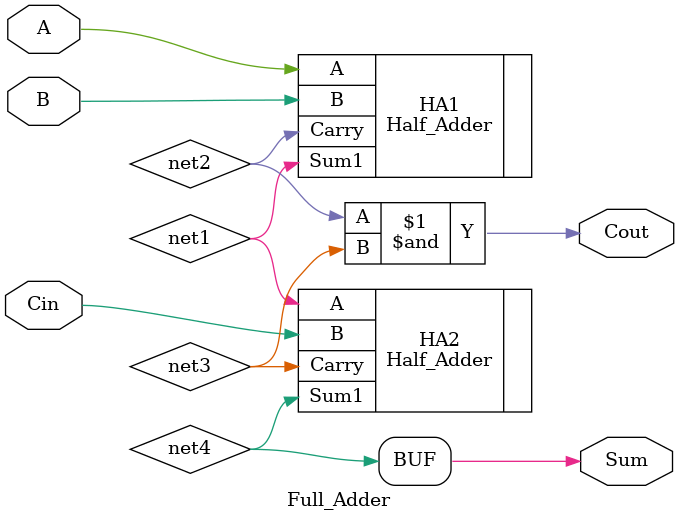
<source format=v>
`timescale 1ns / 1ps


module Full_Adder(
    input A,
    input B,
    input Cin,
    output Sum,
    output Cout
    );
    wire net1, net2, net3, net4;
    Half_Adder HA1 (.A(A), .B(B), .Sum1(net1), .Carry(net2));
    Half_Adder HA2 (.A(net1), .B(Cin), .Sum1(net4), .Carry(net3));
    assign Sum = net4;
    assign Cout = net2 & net3;
endmodule
</source>
